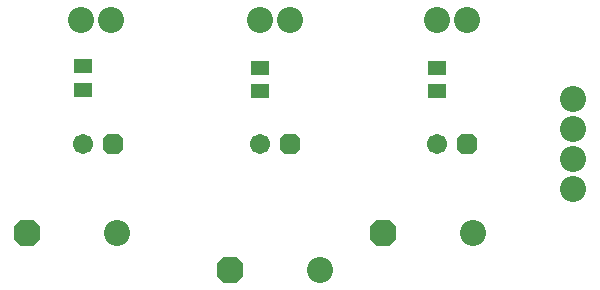
<source format=gts>
%FSLAX24Y24*%
%MOIN*%
G70*
G01*
G75*
G04 Layer_Color=8388736*
%ADD10R,0.0551X0.0374*%
%ADD11C,0.0197*%
%ADD12C,0.0394*%
G04:AMPARAMS|DCode=13|XSize=59.1mil|YSize=59.1mil|CornerRadius=0mil|HoleSize=0mil|Usage=FLASHONLY|Rotation=0.000|XOffset=0mil|YOffset=0mil|HoleType=Round|Shape=Octagon|*
%AMOCTAGOND13*
4,1,8,0.0295,-0.0148,0.0295,0.0148,0.0148,0.0295,-0.0148,0.0295,-0.0295,0.0148,-0.0295,-0.0148,-0.0148,-0.0295,0.0148,-0.0295,0.0295,-0.0148,0.0*
%
%ADD13OCTAGOND13*%

%ADD14C,0.0591*%
%ADD15C,0.0787*%
G04:AMPARAMS|DCode=16|XSize=78.7mil|YSize=78.7mil|CornerRadius=0mil|HoleSize=0mil|Usage=FLASHONLY|Rotation=180.000|XOffset=0mil|YOffset=0mil|HoleType=Round|Shape=Octagon|*
%AMOCTAGOND16*
4,1,8,-0.0394,0.0197,-0.0394,-0.0197,-0.0197,-0.0394,0.0197,-0.0394,0.0394,-0.0197,0.0394,0.0197,0.0197,0.0394,-0.0197,0.0394,-0.0394,0.0197,0.0*
%
%ADD16OCTAGOND16*%

%ADD17C,0.0079*%
%ADD18C,0.0100*%
%ADD19R,0.0632X0.0454*%
G04:AMPARAMS|DCode=20|XSize=67.1mil|YSize=67.1mil|CornerRadius=0mil|HoleSize=0mil|Usage=FLASHONLY|Rotation=0.000|XOffset=0mil|YOffset=0mil|HoleType=Round|Shape=Octagon|*
%AMOCTAGOND20*
4,1,8,0.0335,-0.0168,0.0335,0.0168,0.0168,0.0335,-0.0168,0.0335,-0.0335,0.0168,-0.0335,-0.0168,-0.0168,-0.0335,0.0168,-0.0335,0.0335,-0.0168,0.0*
%
%ADD20OCTAGOND20*%

%ADD21C,0.0671*%
%ADD22C,0.0868*%
G04:AMPARAMS|DCode=23|XSize=86.8mil|YSize=86.8mil|CornerRadius=0mil|HoleSize=0mil|Usage=FLASHONLY|Rotation=180.000|XOffset=0mil|YOffset=0mil|HoleType=Round|Shape=Octagon|*
%AMOCTAGOND23*
4,1,8,-0.0434,0.0217,-0.0434,-0.0217,-0.0217,-0.0434,0.0217,-0.0434,0.0434,-0.0217,0.0434,0.0217,0.0217,0.0434,-0.0217,0.0434,-0.0434,0.0217,0.0*
%
%ADD23OCTAGOND23*%

D19*
X21150Y18694D02*
D03*
Y17906D02*
D03*
X15250Y18744D02*
D03*
Y17956D02*
D03*
X27050Y18694D02*
D03*
Y17906D02*
D03*
D20*
X16250Y16142D02*
D03*
X22150Y16150D02*
D03*
X28050Y16142D02*
D03*
D21*
X15250D02*
D03*
X21150Y16150D02*
D03*
X27050Y16142D02*
D03*
D22*
X15200Y20300D02*
D03*
X16200D02*
D03*
X27050D02*
D03*
X28050D02*
D03*
X21150D02*
D03*
X22150D02*
D03*
X31600Y17650D02*
D03*
Y16650D02*
D03*
Y15650D02*
D03*
Y14650D02*
D03*
X16400Y13200D02*
D03*
X23154Y11950D02*
D03*
X28250Y13200D02*
D03*
D23*
X13400Y13200D02*
D03*
X20154Y11950D02*
D03*
X25250Y13200D02*
D03*
M02*

</source>
